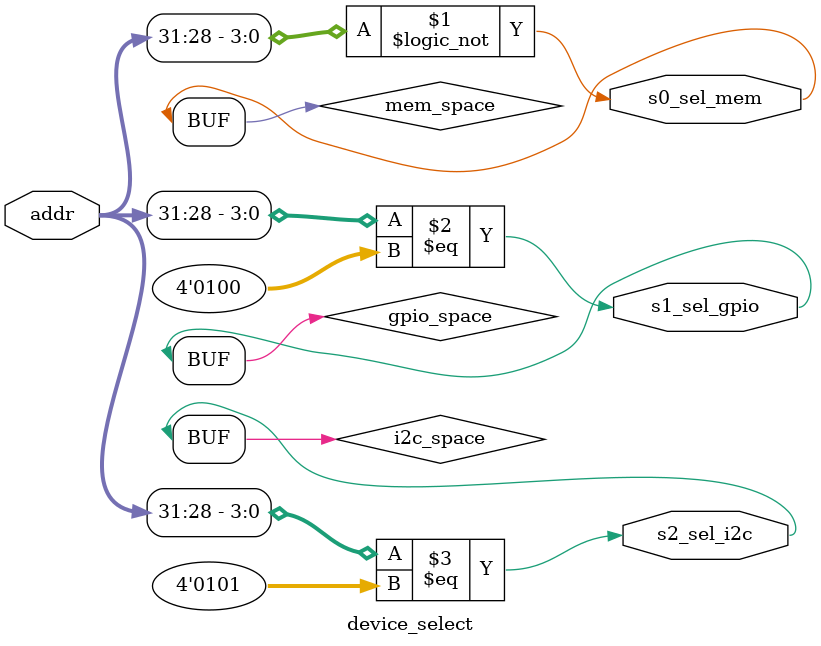
<source format=v>
module device_select (
    input [31:0] addr,
    output s0_sel_mem,
    output s1_sel_gpio,
    output s2_sel_i2c
    // output s3_sel,
    // output s4_sel,
    // output s5_sel,
    // output s6_sel,
    // output s7_sel,
    // output s8_sel
);


  wire mem_space = (addr[31:28] == 4'h0);
  wire gpio_space = (addr[31:28] == 4'h4);
  wire i2c_space = (addr[31:28] == 4'h5);

  assign s0_sel_mem  = mem_space;
  assign s1_sel_gpio = gpio_space;
  assign s2_sel_i2c = i2c_space;

endmodule

</source>
